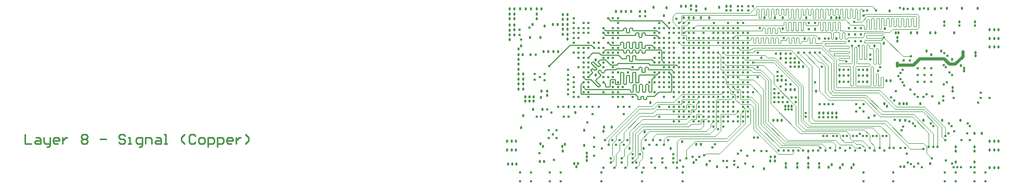
<source format=gbr>
G04 Layer_Physical_Order=8*
G04 Layer_Color=16737945*
%FSLAX24Y24*%
%MOIN*%
%TF.FileFunction,Copper,L8,Inr,Signal*%
%TF.Part,Single*%
G01*
G75*
%TA.AperFunction,Conductor*%
%ADD41C,0.0200*%
%ADD44C,0.0060*%
%TA.AperFunction,NonConductor*%
%ADD53C,0.0100*%
%TA.AperFunction,ViaPad*%
%ADD57C,0.0180*%
%ADD58C,0.0170*%
%ADD59C,0.0160*%
%TA.AperFunction,TestPad*%
%ADD60C,0.0160*%
%TA.AperFunction,Conductor*%
%ADD65C,0.0040*%
%ADD66C,0.0064*%
%ADD67C,0.0045*%
D41*
X25394Y7835D02*
X26417D01*
X29587Y8504D02*
Y8701D01*
X28740Y7874D02*
X29094D01*
X28661Y7953D02*
X28740Y7874D01*
X28661Y7953D02*
X28661D01*
X28386Y8228D02*
X28661Y7953D01*
X26811Y8228D02*
X28386D01*
X25394Y7756D02*
Y7835D01*
X26417D02*
X26811Y8228D01*
X25394Y7835D02*
Y7953D01*
X29094Y7874D02*
X29587Y8366D01*
Y8504D01*
D44*
X9843Y5827D02*
X10118Y6102D01*
X9409Y5827D02*
X9843D01*
X9370Y5787D02*
X9409Y5827D01*
X9370Y5669D02*
Y5787D01*
X9331Y5630D02*
X9370Y5669D01*
X9213Y5630D02*
X9331D01*
X9173Y5669D02*
X9213Y5630D01*
X9173Y5669D02*
Y5787D01*
X9134Y5827D02*
X9173Y5787D01*
X9016Y5827D02*
X9134D01*
X8976Y5787D02*
X9016Y5827D01*
X8976Y5669D02*
Y5787D01*
X8937Y5630D02*
X8976Y5669D01*
X8819Y5630D02*
X8937D01*
X8780Y5669D02*
X8819Y5630D01*
X8780Y5669D02*
Y5787D01*
X8622Y5945D02*
X8780Y5787D01*
X10945Y6142D02*
Y7205D01*
X10906Y6102D02*
X10945Y6142D01*
X10118Y6102D02*
X10906D01*
X5197Y5945D02*
X8622D01*
X8425Y8071D02*
X8465Y8110D01*
X8307Y8071D02*
X8425D01*
X8268Y8110D02*
X8307Y8071D01*
X7520Y7913D02*
X9488D01*
X8465Y8110D02*
Y8386D01*
X8268Y8110D02*
Y8386D01*
X9567Y7835D02*
X11260D01*
X9488Y7913D02*
X9567Y7835D01*
X7441D02*
X7520Y7913D01*
X7047Y7835D02*
X7441D01*
X8346Y7520D02*
X8819D01*
X8268Y7598D02*
X8346Y7520D01*
X7441Y7598D02*
X8268D01*
X7362Y7520D02*
X7441Y7598D01*
X6772Y7520D02*
X7362D01*
X9016Y9606D02*
X9055Y9646D01*
X8898Y9606D02*
X9016D01*
X8858Y9646D02*
X8898Y9606D01*
X9055Y9646D02*
Y9843D01*
X8858Y9646D02*
Y9843D01*
X9291Y9724D02*
X10000D01*
X9252Y9764D02*
X9291Y9724D01*
X9252Y9764D02*
Y9843D01*
X9213Y9882D02*
X9252Y9843D01*
X9094Y9882D02*
X9213D01*
X9055Y9843D02*
X9094Y9882D01*
X8819D02*
X8858Y9843D01*
X8701Y9882D02*
X8819D01*
X8661Y9843D02*
X8701Y9882D01*
X8661Y9764D02*
Y9843D01*
X8622Y9724D02*
X8661Y9764D01*
X6732Y9724D02*
X8622D01*
X8465Y10079D02*
X8504Y10039D01*
X8465Y10079D02*
Y10157D01*
X8425Y10197D02*
X8465Y10157D01*
X8307Y10197D02*
X8425D01*
X8268Y10157D02*
X8307Y10197D01*
X8504Y10039D02*
X10000D01*
X8268Y9921D02*
Y10157D01*
X8268Y9921D02*
X8268D01*
X8228Y9882D02*
X8268Y9921D01*
X8110Y9882D02*
X8228D01*
X8071Y9921D02*
X8110Y9882D01*
X8071Y9921D02*
Y10157D01*
X8031Y10197D02*
X8071Y10157D01*
X7913Y10197D02*
X8031D01*
X7874Y10157D02*
X7913Y10197D01*
X7874Y10079D02*
Y10157D01*
X7835Y10039D02*
X7874Y10079D01*
X6732Y10039D02*
X7835D01*
X8701Y8150D02*
X9685D01*
X8661Y8189D02*
X8701Y8150D01*
X8661Y8189D02*
Y8386D01*
X8622Y8425D02*
X8661Y8386D01*
X8504Y8425D02*
X8622D01*
X8465Y8386D02*
X8504Y8425D01*
X8268Y8386D02*
X8268D01*
X8228Y8425D02*
X8268Y8386D01*
X8110Y8425D02*
X8228D01*
X8071Y8386D02*
X8110Y8425D01*
X8071Y8268D02*
Y8386D01*
X8031Y8228D02*
X8071Y8268D01*
X8031Y8228D02*
Y8228D01*
X7795Y8228D02*
X8031D01*
X7559Y8465D02*
X7795Y8228D01*
X6457Y8465D02*
X7559D01*
X6339Y8583D02*
X6457Y8465D01*
X5906Y8583D02*
X6339D01*
X5630Y8307D02*
X5906Y8583D01*
X10276Y8780D02*
X10315Y8740D01*
X9291Y8780D02*
X10276D01*
X9291Y8780D02*
Y8780D01*
X9252Y8740D02*
X9291Y8780D01*
X9252Y8622D02*
Y8740D01*
X9252Y8622D02*
X9252D01*
X9213Y8583D02*
X9252Y8622D01*
X9094Y8583D02*
X9213D01*
X9055Y8622D02*
X9094Y8583D01*
X9055Y8622D02*
Y8740D01*
X9016Y8780D02*
X9055Y8740D01*
X8898Y8780D02*
X9016D01*
X8898Y8780D02*
Y8780D01*
X8858Y8740D02*
X8898Y8780D01*
X8858Y8622D02*
Y8740D01*
X8819Y8583D02*
X8858Y8622D01*
X8701Y8583D02*
X8819D01*
X8661Y8622D02*
X8701Y8583D01*
X8661Y8622D02*
Y8740D01*
X8622Y8780D02*
X8661Y8740D01*
X8504Y8780D02*
X8622D01*
X8465Y8740D02*
X8504Y8780D01*
X8465Y8622D02*
Y8740D01*
X8425Y8583D02*
X8465Y8622D01*
X8307Y8583D02*
X8425D01*
X8268Y8622D02*
X8307Y8583D01*
X8268Y8622D02*
Y8740D01*
X8228Y8780D02*
X8268Y8740D01*
X8110Y8780D02*
X8228D01*
X8071Y8740D02*
X8110Y8780D01*
X8071Y8622D02*
Y8740D01*
X8031Y8583D02*
X8071Y8622D01*
X7913Y8583D02*
X8031D01*
X7874Y8622D02*
X7913Y8583D01*
X7874Y8622D02*
Y8740D01*
X7835Y8780D02*
X7874Y8740D01*
X6732Y8780D02*
X7835D01*
X9291Y9094D02*
X9685D01*
X9252Y9055D02*
X9291Y9094D01*
X9252Y8937D02*
Y9055D01*
X9252Y8937D02*
X9252D01*
X9213Y8898D02*
X9252Y8937D01*
X9094Y8898D02*
X9213D01*
X9055Y8937D02*
X9094Y8898D01*
X9055Y8937D02*
Y9252D01*
X9016Y9291D02*
X9055Y9252D01*
X8898Y9291D02*
X9016D01*
X8858Y9252D02*
X8898Y9291D01*
X8858Y8937D02*
Y9252D01*
X8819Y8898D02*
X8858Y8937D01*
X8701Y8898D02*
X8819D01*
X8661Y8937D02*
X8701Y8898D01*
X8661Y8937D02*
Y9252D01*
X8622Y9291D02*
X8661Y9252D01*
X8504Y9291D02*
X8622D01*
X8465Y9252D02*
X8504Y9291D01*
X8465Y8937D02*
Y9252D01*
X8425Y8898D02*
X8465Y8937D01*
X8307Y8898D02*
X8425D01*
X8268Y8937D02*
X8307Y8898D01*
X10787Y7362D02*
Y7362D01*
Y7362D02*
X10945Y7205D01*
X10000Y7205D02*
X10157Y7362D01*
X6575Y6732D02*
Y6732D01*
X10945Y7520D02*
X11102Y7362D01*
X11260Y7835D02*
X11417Y7677D01*
X5315Y6417D02*
X5472Y6260D01*
X5315Y7047D02*
X5472Y6890D01*
X7677Y6614D02*
Y7323D01*
X7717Y7362D01*
X7835D01*
X7874Y7323D01*
Y6614D02*
Y7323D01*
X8071Y6614D02*
Y7126D01*
X8110Y7165D01*
X8228D01*
X8268Y7126D01*
Y6732D02*
Y7126D01*
Y6732D02*
X8307Y6693D01*
X8425D01*
X8465Y6732D01*
Y7323D01*
X8504Y7362D01*
X8622D01*
X8661Y7323D01*
Y6732D02*
Y7323D01*
Y6732D02*
X8701Y6693D01*
X8819D01*
X8858Y6732D01*
Y7165D01*
X8898Y7205D01*
X10000D01*
X9685Y8150D02*
X9843Y7992D01*
X6575Y8622D02*
X6732Y8780D01*
X10315Y8150D02*
Y8740D01*
Y8150D02*
X10472Y7992D01*
X8228Y9291D02*
X8268Y9252D01*
X8110Y9291D02*
X8228D01*
X8071Y9252D02*
X8110Y9291D01*
X8071Y8937D02*
Y9252D01*
X8031Y8898D02*
X8071Y8937D01*
X7913Y8898D02*
X8031D01*
X7874Y8937D02*
X7913Y8898D01*
X7874Y8937D02*
Y9252D01*
X7835Y9291D02*
X7874Y9252D01*
X7717Y9291D02*
X7835D01*
X7677Y9252D02*
X7717Y9291D01*
X7677Y9134D02*
Y9252D01*
X7638Y9094D02*
X7677Y9134D01*
X7047Y9094D02*
X7638D01*
X7047D02*
Y9094D01*
X6890Y9252D02*
X7047Y9094D01*
X8268Y8937D02*
Y9252D01*
X9685Y9094D02*
X9843Y8937D01*
X10000Y10039D02*
X10157Y9882D01*
X10000Y9724D02*
X10157Y9567D01*
X6575Y10197D02*
X6732Y10039D01*
X6575Y9882D02*
X6732Y9724D01*
Y9724D02*
Y9724D01*
X10315Y10669D02*
X10787Y10197D01*
X7047Y10669D02*
X10315D01*
X6890Y10827D02*
X7047Y10669D01*
X9252Y6102D02*
X9291Y6142D01*
X9134Y6102D02*
X9252D01*
X9094Y6142D02*
X9134Y6102D01*
X9094Y6142D02*
Y6535D01*
X9055Y6575D02*
X9094Y6535D01*
X8937Y6575D02*
X9055D01*
X8898Y6535D02*
X8937Y6575D01*
X8898Y6142D02*
Y6535D01*
X8858Y6102D02*
X8898Y6142D01*
X8740Y6102D02*
X8858D01*
X8701Y6142D02*
X8740Y6102D01*
X8701Y6142D02*
Y6535D01*
X8661Y6575D02*
X8701Y6535D01*
X8543Y6575D02*
X8661D01*
X8504Y6535D02*
X8543Y6575D01*
X8504Y6142D02*
Y6535D01*
X8465Y6102D02*
X8504Y6142D01*
X8346Y6102D02*
X8465D01*
X8307Y6142D02*
X8346Y6102D01*
X8307Y6142D02*
Y6220D01*
X8268Y6260D02*
X8307Y6220D01*
X5472Y6260D02*
X8268D01*
X9291Y6142D02*
Y6535D01*
X9331Y6575D01*
X9646Y6102D02*
X9685Y6142D01*
X9528Y6102D02*
X9646D01*
X9488Y6142D02*
X9528Y6102D01*
X9488Y6142D02*
Y6535D01*
X9449Y6575D02*
X9488Y6535D01*
X9331Y6575D02*
X9449D01*
X9685Y6142D02*
Y6890D01*
X9843Y7047D01*
X5472Y6890D02*
X5787D01*
X6260Y6417D01*
X6102Y6811D02*
X6378Y6535D01*
X6102Y6811D02*
Y6850D01*
X6417Y7165D01*
Y7205D01*
X6260Y7362D02*
X6417Y7205D01*
X6260Y7362D02*
Y7402D01*
X6339Y7480D01*
X6378D01*
X6535Y7323D01*
X6575D01*
X6772Y7520D01*
X8819D02*
X8858Y7559D01*
Y7638D01*
X8898Y7677D01*
X9016D01*
X9055Y7638D01*
Y7402D02*
Y7638D01*
Y7402D02*
X9094Y7362D01*
X9213D01*
X9252Y7402D01*
X9252D01*
Y7638D01*
X9291Y7677D01*
X9409D01*
X9449Y7638D01*
Y7559D02*
Y7638D01*
Y7559D02*
X9488Y7520D01*
X10945D01*
X6260Y6417D02*
X6299D01*
X6378Y6496D01*
Y6535D01*
X5630Y7047D02*
X5906Y7323D01*
Y7362D01*
X5787Y7480D02*
X5906Y7362D01*
X5787Y7480D02*
Y7520D01*
X5866Y7598D01*
X5906D01*
X6024Y7480D01*
X6063D01*
X6142Y7559D01*
Y7598D01*
X5827Y7913D02*
X6142Y7598D01*
X5827Y7913D02*
Y7953D01*
X5906Y8031D01*
X5945D01*
X6260Y7717D01*
X6299D01*
Y7717D01*
X6417Y7835D01*
X6260Y7992D02*
X6417Y7835D01*
X6260Y7992D02*
Y8031D01*
X6378Y8150D01*
X6732D01*
X7047Y7835D01*
X7874Y6614D02*
X7913Y6575D01*
X8031D01*
X8071Y6614D01*
X7047Y6890D02*
X7323D01*
X7362Y6850D01*
Y6614D02*
Y6850D01*
Y6614D02*
X7402Y6575D01*
X7638D01*
X7677Y6614D01*
X6575Y6732D02*
X6732Y6575D01*
Y6457D02*
Y6575D01*
Y6457D02*
X6772Y6417D01*
X6969D01*
X7008Y6457D01*
Y6850D01*
X7047Y6890D01*
X5315Y6732D02*
X5315D01*
X5157Y6575D02*
X5315Y6732D01*
X5157Y5984D02*
Y6575D01*
Y5984D02*
X5197Y5945D01*
D53*
X-30400Y3400D02*
Y2800D01*
X-30000D01*
X-29700Y3200D02*
X-29500D01*
X-29400Y3100D01*
Y2800D01*
X-29700D01*
X-29800Y2900D01*
X-29700Y3000D01*
X-29400D01*
X-29200Y3200D02*
Y2900D01*
X-29100Y2800D01*
X-28801D01*
Y2700D01*
X-28900Y2600D01*
X-29000D01*
X-28801Y2800D02*
Y3200D01*
X-28301Y2800D02*
X-28501D01*
X-28601Y2900D01*
Y3100D01*
X-28501Y3200D01*
X-28301D01*
X-28201Y3100D01*
Y3000D01*
X-28601D01*
X-28001Y3200D02*
Y2800D01*
Y3000D01*
X-27901Y3100D01*
X-27801Y3200D01*
X-27701D01*
X-26801Y3300D02*
X-26701Y3400D01*
X-26501D01*
X-26401Y3300D01*
Y3200D01*
X-26501Y3100D01*
X-26401Y3000D01*
Y2900D01*
X-26501Y2800D01*
X-26701D01*
X-26801Y2900D01*
Y3000D01*
X-26701Y3100D01*
X-26801Y3200D01*
Y3300D01*
X-26701Y3100D02*
X-26501D01*
X-25602D02*
X-25202D01*
X-24002Y3300D02*
X-24102Y3400D01*
X-24302D01*
X-24402Y3300D01*
Y3200D01*
X-24302Y3100D01*
X-24102D01*
X-24002Y3000D01*
Y2900D01*
X-24102Y2800D01*
X-24302D01*
X-24402Y2900D01*
X-23802Y2800D02*
X-23602D01*
X-23702D01*
Y3200D01*
X-23802D01*
X-23102Y2600D02*
X-23002D01*
X-22902Y2700D01*
Y3200D01*
X-23202D01*
X-23302Y3100D01*
Y2900D01*
X-23202Y2800D01*
X-22902D01*
X-22702D02*
Y3200D01*
X-22403D01*
X-22303Y3100D01*
Y2800D01*
X-22003Y3200D02*
X-21803D01*
X-21703Y3100D01*
Y2800D01*
X-22003D01*
X-22103Y2900D01*
X-22003Y3000D01*
X-21703D01*
X-21503Y2800D02*
X-21303D01*
X-21403D01*
Y3400D01*
X-21503D01*
X-20203Y2800D02*
X-20403Y3000D01*
Y3200D01*
X-20203Y3400D01*
X-19504Y3300D02*
X-19603Y3400D01*
X-19803D01*
X-19903Y3300D01*
Y2900D01*
X-19803Y2800D01*
X-19603D01*
X-19504Y2900D01*
X-19204Y2800D02*
X-19004D01*
X-18904Y2900D01*
Y3100D01*
X-19004Y3200D01*
X-19204D01*
X-19304Y3100D01*
Y2900D01*
X-19204Y2800D01*
X-18704Y2600D02*
Y3200D01*
X-18404D01*
X-18304Y3100D01*
Y2900D01*
X-18404Y2800D01*
X-18704D01*
X-18104Y2600D02*
Y3200D01*
X-17804D01*
X-17704Y3100D01*
Y2900D01*
X-17804Y2800D01*
X-18104D01*
X-17204D02*
X-17404D01*
X-17504Y2900D01*
Y3100D01*
X-17404Y3200D01*
X-17204D01*
X-17104Y3100D01*
Y3000D01*
X-17504D01*
X-16904Y3200D02*
Y2800D01*
Y3000D01*
X-16804Y3100D01*
X-16704Y3200D01*
X-16604D01*
X-16305Y2800D02*
X-16105Y3000D01*
Y3200D01*
X-16305Y3400D01*
D57*
X19685Y1535D02*
D03*
X20394Y1299D02*
D03*
X19685D02*
D03*
X18976D02*
D03*
X18268D02*
D03*
X16850Y1181D02*
D03*
X11563Y11575D02*
D03*
X24882Y11299D02*
D03*
X14449Y11575D02*
D03*
X14724D02*
D03*
X11850D02*
D03*
X12520D02*
D03*
Y11339D02*
D03*
X12205Y11614D02*
D03*
X29370Y10600D02*
D03*
X29587Y8701D02*
D03*
X29646Y7441D02*
D03*
X30394Y8628D02*
D03*
X19685Y2323D02*
D03*
X17717Y4291D02*
D03*
X17441D02*
D03*
X2598Y5748D02*
D03*
X2126Y5512D02*
D03*
Y5787D02*
D03*
X1575D02*
D03*
Y5512D02*
D03*
X1850D02*
D03*
X31299Y9528D02*
D03*
Y8976D02*
D03*
X31575Y10079D02*
D03*
X31299D02*
D03*
X31575Y8976D02*
D03*
Y9528D02*
D03*
X31850D02*
D03*
Y8976D02*
D03*
Y10079D02*
D03*
Y2953D02*
D03*
Y1260D02*
D03*
Y2402D02*
D03*
X31575D02*
D03*
Y1260D02*
D03*
X31299Y2953D02*
D03*
X31575D02*
D03*
X31299Y1260D02*
D03*
Y2402D02*
D03*
X433D02*
D03*
Y2953D02*
D03*
X474Y1500D02*
D03*
X750D02*
D03*
X984Y2953D02*
D03*
X709Y2402D02*
D03*
X984D02*
D03*
X709Y2953D02*
D03*
X1026Y1500D02*
D03*
X20197Y6142D02*
D03*
X18819Y6260D02*
D03*
X18543D02*
D03*
X18268D02*
D03*
X17717Y6850D02*
D03*
X17992D02*
D03*
X17913Y8268D02*
D03*
Y8543D02*
D03*
X18622Y5197D02*
D03*
X18425D02*
D03*
X18228D02*
D03*
X23465Y7165D02*
D03*
Y6772D02*
D03*
Y7520D02*
D03*
X21693D02*
D03*
Y7165D02*
D03*
Y6772D02*
D03*
X24606Y10157D02*
D03*
X16890Y10866D02*
D03*
X1457Y7244D02*
D03*
Y6929D02*
D03*
Y6614D02*
D03*
Y6299D02*
D03*
X1142D02*
D03*
Y6614D02*
D03*
Y6929D02*
D03*
Y7244D02*
D03*
Y7559D02*
D03*
Y7874D02*
D03*
Y8189D02*
D03*
Y8504D02*
D03*
X3386Y8701D02*
D03*
X3071D02*
D03*
X1417Y8504D02*
D03*
X591Y10787D02*
D03*
Y11102D02*
D03*
Y11417D02*
D03*
Y9449D02*
D03*
Y9764D02*
D03*
Y10065D02*
D03*
Y10394D02*
D03*
X2047Y10433D02*
D03*
X1260Y11417D02*
D03*
X1614D02*
D03*
X1969D02*
D03*
X2638D02*
D03*
X2323D02*
D03*
Y11102D02*
D03*
Y10787D02*
D03*
X906Y11417D02*
D03*
Y11102D02*
D03*
Y10787D02*
D03*
X4291Y9488D02*
D03*
X3976Y11063D02*
D03*
X9252Y11260D02*
D03*
X21496Y4488D02*
D03*
Y4764D02*
D03*
X21220D02*
D03*
X25886Y4291D02*
D03*
X20394Y1535D02*
D03*
X18976D02*
D03*
X18268D02*
D03*
X19685Y1890D02*
D03*
X17559Y1969D02*
D03*
Y1693D02*
D03*
X17244D02*
D03*
X20984Y1299D02*
D03*
X8268Y2486D02*
D03*
X25827Y1339D02*
D03*
X27480Y1535D02*
D03*
X25512Y5354D02*
D03*
X25787Y11417D02*
D03*
X26378D02*
D03*
X27362D02*
D03*
X30354Y10600D02*
D03*
X19449Y9528D02*
D03*
X25394Y9606D02*
D03*
Y9370D02*
D03*
X29449Y7795D02*
D03*
X13110Y11417D02*
D03*
X12835Y2756D02*
D03*
X13858Y1339D02*
D03*
X13189Y1457D02*
D03*
X6575Y3589D02*
D03*
X9213Y3543D02*
D03*
X10906Y2480D02*
D03*
X9173D02*
D03*
X12520Y2756D02*
D03*
X11614Y2913D02*
D03*
X12362Y1575D02*
D03*
X20118Y10118D02*
D03*
X6614Y3858D02*
D03*
X7126D02*
D03*
X5354Y2677D02*
D03*
X1339Y3819D02*
D03*
X2520Y1654D02*
D03*
X2795D02*
D03*
X1929Y8504D02*
D03*
X1850Y5787D02*
D03*
X2638Y6142D02*
D03*
X9606Y5433D02*
D03*
X6102Y7205D02*
D03*
X4843Y1339D02*
D03*
X4961Y1535D02*
D03*
X4724D02*
D03*
X5512Y1732D02*
D03*
Y1969D02*
D03*
Y2205D02*
D03*
X2717Y2638D02*
D03*
X2559Y2795D02*
D03*
X4118Y2772D02*
D03*
X3971Y2632D02*
D03*
X3976Y2323D02*
D03*
X2992Y6142D02*
D03*
Y5906D02*
D03*
X6102Y8150D02*
D03*
X5354Y3661D02*
D03*
X4803Y4803D02*
D03*
X2677Y5000D02*
D03*
X2087D02*
D03*
X1457Y4606D02*
D03*
X4370Y5157D02*
D03*
X9803Y11535D02*
D03*
X10630Y11496D02*
D03*
X2756Y8701D02*
D03*
X1339Y9055D02*
D03*
X2559Y9606D02*
D03*
X906Y10394D02*
D03*
Y10079D02*
D03*
Y9764D02*
D03*
X1890Y9606D02*
D03*
X1142Y8858D02*
D03*
X3346Y10433D02*
D03*
X3661D02*
D03*
X3976D02*
D03*
Y10748D02*
D03*
Y10118D02*
D03*
X2835Y10315D02*
D03*
X12047Y10866D02*
D03*
X12362D02*
D03*
X11732D02*
D03*
X12835D02*
D03*
X13982Y11530D02*
D03*
X27559Y8504D02*
D03*
X27244Y8740D02*
D03*
X28189D02*
D03*
X26654Y9882D02*
D03*
X26260D02*
D03*
X28898Y8189D02*
D03*
X29587Y8504D02*
D03*
X29646Y7638D02*
D03*
X27067Y4291D02*
D03*
X28248D02*
D03*
X29429D02*
D03*
X25551D02*
D03*
X28937Y6378D02*
D03*
Y6142D02*
D03*
X26870Y5354D02*
D03*
X25472Y9882D02*
D03*
X27480Y9882D02*
D03*
X27835Y9882D02*
D03*
X29016D02*
D03*
X30394Y8425D02*
D03*
X28071Y5394D02*
D03*
X24528Y9213D02*
D03*
X25276Y9882D02*
D03*
X28543Y11457D02*
D03*
X29528D02*
D03*
X30512D02*
D03*
X28386Y10600D02*
D03*
X27795Y11417D02*
D03*
X17559Y10866D02*
D03*
X18071D02*
D03*
X19567D02*
D03*
X21142D02*
D03*
X26811Y11417D02*
D03*
X30315Y3465D02*
D03*
X30787D02*
D03*
X30325Y1614D02*
D03*
X30315Y2323D02*
D03*
X29134Y2598D02*
D03*
X30315D02*
D03*
X29134Y2323D02*
D03*
X29124Y1614D02*
D03*
X22441Y1260D02*
D03*
X21732D02*
D03*
X21890Y1457D02*
D03*
X22598D02*
D03*
X21181D02*
D03*
X21496Y9528D02*
D03*
X25787Y5348D02*
D03*
X25984D02*
D03*
X23937Y9055D02*
D03*
X24567Y5354D02*
D03*
X20945Y4764D02*
D03*
X20669D02*
D03*
X20394D02*
D03*
X8346Y11260D02*
D03*
X8031D02*
D03*
X7717D02*
D03*
X7402D02*
D03*
X3976Y9803D02*
D03*
X4291D02*
D03*
Y10118D02*
D03*
Y10433D02*
D03*
Y10748D02*
D03*
Y11063D02*
D03*
X8937Y11260D02*
D03*
X21693Y10866D02*
D03*
X21496D02*
D03*
X13346D02*
D03*
X18071Y10157D02*
D03*
X24961Y6811D02*
D03*
X24685D02*
D03*
X24724Y5197D02*
D03*
X3701Y8701D02*
D03*
X10472Y10984D02*
D03*
X19094Y7992D02*
D03*
Y7717D02*
D03*
X19370D02*
D03*
X17992Y4291D02*
D03*
D58*
X3600Y3150D02*
D03*
Y3650D02*
D03*
X3100D02*
D03*
Y3150D02*
D03*
X3600Y3150D02*
D03*
Y3650D02*
D03*
X3100D02*
D03*
Y3150D02*
D03*
X31024Y394D02*
D03*
X30315D02*
D03*
X29134D02*
D03*
X28425D02*
D03*
X25118D02*
D03*
X23228D02*
D03*
X1260D02*
D03*
X1969D02*
D03*
X3150D02*
D03*
X3858D02*
D03*
X6457D02*
D03*
X9055D02*
D03*
X11654D02*
D03*
X16142Y11575D02*
D03*
X15197D02*
D03*
X15472D02*
D03*
Y11339D02*
D03*
X15197D02*
D03*
X14724D02*
D03*
X14449D02*
D03*
X15866Y11575D02*
D03*
Y11339D02*
D03*
X9843Y6102D02*
D03*
X25197Y5551D02*
D03*
X25000Y5748D02*
D03*
X28189Y11457D02*
D03*
X27087D02*
D03*
X25551Y11496D02*
D03*
X5906Y5157D02*
D03*
X5512D02*
D03*
X5118D02*
D03*
X4724D02*
D03*
X8268D02*
D03*
X7874D02*
D03*
X7520D02*
D03*
X26693Y7638D02*
D03*
Y7205D02*
D03*
Y6772D02*
D03*
X27126D02*
D03*
Y7638D02*
D03*
X27559D02*
D03*
Y7205D02*
D03*
Y6772D02*
D03*
X27126Y7205D02*
D03*
X22992Y5079D02*
D03*
X22756Y5315D02*
D03*
Y4843D02*
D03*
X23228D02*
D03*
Y5315D02*
D03*
X22283Y9370D02*
D03*
Y10197D02*
D03*
Y9803D02*
D03*
X22677D02*
D03*
X23071D02*
D03*
Y9370D02*
D03*
X22677D02*
D03*
X23071Y10197D02*
D03*
X22677D02*
D03*
X2205Y6890D02*
D03*
Y7244D02*
D03*
X2835Y6850D02*
D03*
Y7244D02*
D03*
X2520Y7047D02*
D03*
X5984Y2008D02*
D03*
Y2598D02*
D03*
Y3189D02*
D03*
Y9252D02*
D03*
X6299D02*
D03*
X21220Y4488D02*
D03*
X20945D02*
D03*
X20669D02*
D03*
X20394D02*
D03*
X11732Y6102D02*
D03*
X11417D02*
D03*
X11102Y8628D02*
D03*
X18543Y6575D02*
D03*
X17717Y7402D02*
D03*
X17992Y7126D02*
D03*
X17717D02*
D03*
X18268Y6850D02*
D03*
Y6575D02*
D03*
X17638Y8543D02*
D03*
X17913Y6457D02*
D03*
X18622Y5000D02*
D03*
X18425D02*
D03*
X18228D02*
D03*
X18898Y5472D02*
D03*
Y5748D02*
D03*
X18622D02*
D03*
X18346Y5472D02*
D03*
X18071Y5748D02*
D03*
Y5472D02*
D03*
X17795D02*
D03*
Y5748D02*
D03*
Y6024D02*
D03*
X17520Y5472D02*
D03*
Y5748D02*
D03*
Y6024D02*
D03*
Y6299D02*
D03*
X23189Y6772D02*
D03*
X22913D02*
D03*
Y7520D02*
D03*
X23189D02*
D03*
Y7165D02*
D03*
X22913D02*
D03*
X22244Y7520D02*
D03*
X21969D02*
D03*
Y6772D02*
D03*
X22244Y7165D02*
D03*
X21969D02*
D03*
X22244Y6772D02*
D03*
X2480Y2205D02*
D03*
X1220Y9764D02*
D03*
Y10079D02*
D03*
X1850Y10236D02*
D03*
X8937Y10945D02*
D03*
X9252D02*
D03*
X12205Y11378D02*
D03*
X21260Y5315D02*
D03*
X20433D02*
D03*
X20709D02*
D03*
X20984D02*
D03*
X15512Y7362D02*
D03*
X23228Y945D02*
D03*
X25118D02*
D03*
X14567Y6102D02*
D03*
X14882D02*
D03*
X12992D02*
D03*
X11654Y945D02*
D03*
X9055D02*
D03*
X6457D02*
D03*
X3150D02*
D03*
X1969D02*
D03*
X1260D02*
D03*
X3110Y7756D02*
D03*
X5984Y8937D02*
D03*
X5000Y5787D02*
D03*
X6299Y8937D02*
D03*
X5630Y6417D02*
D03*
X6575Y7677D02*
D03*
X5630Y6732D02*
D03*
X6575D02*
D03*
Y7047D02*
D03*
X6890Y7047D02*
D03*
X5630Y7677D02*
D03*
X7205Y5787D02*
D03*
Y6102D02*
D03*
X5315Y7677D02*
D03*
Y7992D02*
D03*
X7520Y7362D02*
D03*
X7205D02*
D03*
X10472Y7677D02*
D03*
Y7362D02*
D03*
X6575Y7992D02*
D03*
Y8307D02*
D03*
X10472Y6417D02*
D03*
X11417Y9567D02*
D03*
Y9882D02*
D03*
X12047Y7362D02*
D03*
X11732D02*
D03*
X12992Y5787D02*
D03*
Y5472D02*
D03*
X12362Y5787D02*
D03*
X14567Y7047D02*
D03*
X12992Y6417D02*
D03*
X13307Y7047D02*
D03*
X13937Y6102D02*
D03*
Y6732D02*
D03*
X13622Y6417D02*
D03*
X13937Y7362D02*
D03*
X13622Y7677D02*
D03*
X10472Y9567D02*
D03*
Y10197D02*
D03*
X12677Y4528D02*
D03*
X13307Y5157D02*
D03*
X13937D02*
D03*
X14882Y4843D02*
D03*
X15512Y5787D02*
D03*
X15827Y7362D02*
D03*
X15197Y7992D02*
D03*
X15827Y4528D02*
D03*
Y9567D02*
D03*
X14567Y9252D02*
D03*
Y9882D02*
D03*
X14252Y8307D02*
D03*
X13622D02*
D03*
X13307Y8622D02*
D03*
X12047Y7677D02*
D03*
X12362Y8307D02*
D03*
Y8622D02*
D03*
X12992Y8307D02*
D03*
X11732D02*
D03*
Y7047D02*
D03*
X12047Y9252D02*
D03*
Y9567D02*
D03*
X11732Y10197D02*
D03*
X10787Y6417D02*
D03*
X12362Y4843D02*
D03*
X14567Y7362D02*
D03*
X12992Y6732D02*
D03*
X13937Y6417D02*
D03*
X13622Y6102D02*
D03*
Y6732D02*
D03*
Y7047D02*
D03*
Y7362D02*
D03*
X13937Y7677D02*
D03*
X3425Y1772D02*
D03*
X3858Y945D02*
D03*
X3350Y3400D02*
D03*
X10472Y8622D02*
D03*
X10787Y9567D02*
D03*
X10157Y10197D02*
D03*
X12677Y4843D02*
D03*
X13307D02*
D03*
X13937Y5472D02*
D03*
X14882Y5157D02*
D03*
X15512Y7992D02*
D03*
X15827Y4843D02*
D03*
Y9252D02*
D03*
X14882D02*
D03*
X14252Y9882D02*
D03*
X13937Y8307D02*
D03*
X13622Y8622D02*
D03*
X13307Y8937D02*
D03*
X12047Y8622D02*
D03*
X12992D02*
D03*
X12677Y8307D02*
D03*
X11732Y8622D02*
D03*
X12362Y9567D02*
D03*
Y9252D02*
D03*
X12047Y10197D02*
D03*
Y5472D02*
D03*
X12677Y6732D02*
D03*
X12362D02*
D03*
X12047D02*
D03*
Y4843D02*
D03*
X11732Y5472D02*
D03*
X12362Y7362D02*
D03*
X11732Y6732D02*
D03*
X11102Y7992D02*
D03*
X11732Y7992D02*
D03*
X12047D02*
D03*
X12362Y6102D02*
D03*
X12047D02*
D03*
Y5787D02*
D03*
X11102Y7677D02*
D03*
X11732Y7677D02*
D03*
X5000Y8307D02*
D03*
X5315D02*
D03*
X4685Y10827D02*
D03*
Y10512D02*
D03*
Y10197D02*
D03*
Y9882D02*
D03*
X5315Y10197D02*
D03*
X5000D02*
D03*
X4685Y9567D02*
D03*
Y9252D02*
D03*
Y8622D02*
D03*
X5000D02*
D03*
X4685Y7047D02*
D03*
Y6732D02*
D03*
Y6417D02*
D03*
Y6102D02*
D03*
Y5787D02*
D03*
X7205Y10827D02*
D03*
X7520D02*
D03*
Y10512D02*
D03*
Y10197D02*
D03*
Y9882D02*
D03*
Y9567D02*
D03*
X7205Y9882D02*
D03*
Y9567D02*
D03*
X6890Y8622D02*
D03*
X7205D02*
D03*
Y8307D02*
D03*
Y7992D02*
D03*
X7520Y6732D02*
D03*
Y6417D02*
D03*
Y6102D02*
D03*
Y5787D02*
D03*
X7205Y7677D02*
D03*
X5630Y7362D02*
D03*
Y5787D02*
D03*
Y7992D02*
D03*
X7205Y6732D02*
D03*
Y6417D02*
D03*
X5630Y6102D02*
D03*
X6575D02*
D03*
X5630Y7047D02*
D03*
X11102Y8307D02*
D03*
X10157Y8622D02*
D03*
X10787Y9882D02*
D03*
X7205Y7047D02*
D03*
X4016Y5157D02*
D03*
X6299D02*
D03*
X2244Y8504D02*
D03*
X12677Y7992D02*
D03*
X13307Y8307D02*
D03*
Y9252D02*
D03*
X25394Y7953D02*
D03*
Y7756D02*
D03*
X31024Y945D02*
D03*
X30315D02*
D03*
X29134D02*
D03*
X28425D02*
D03*
X25984Y2165D02*
D03*
X15512Y5472D02*
D03*
X13307Y6102D02*
D03*
X18268Y8543D02*
D03*
X18543D02*
D03*
X18268Y8268D02*
D03*
X18543D02*
D03*
X18819D02*
D03*
Y7992D02*
D03*
X18543D02*
D03*
X18268D02*
D03*
X18543Y7717D02*
D03*
X18819D02*
D03*
D59*
X24528Y9606D02*
D03*
X16220Y3189D02*
D03*
X16457D02*
D03*
X20000Y2362D02*
D03*
X18425D02*
D03*
X19055D02*
D03*
X16693Y2323D02*
D03*
X19370Y2362D02*
D03*
X18740D02*
D03*
X18110D02*
D03*
X17795D02*
D03*
X17008Y2323D02*
D03*
X16220Y2362D02*
D03*
X14961Y1693D02*
D03*
Y1457D02*
D03*
X25591Y2520D02*
D03*
X25906D02*
D03*
X25157D02*
D03*
X24882D02*
D03*
X24252D02*
D03*
X23622D02*
D03*
X22992D02*
D03*
X22362D02*
D03*
X21732D02*
D03*
X21102D02*
D03*
X20472D02*
D03*
X27953Y2598D02*
D03*
X27402D02*
D03*
X27677D02*
D03*
X26378Y4094D02*
D03*
X26142Y4213D02*
D03*
X23819Y3307D02*
D03*
X23307Y2362D02*
D03*
X23425Y3307D02*
D03*
X22992Y3425D02*
D03*
X20669Y3307D02*
D03*
X21299D02*
D03*
X20906D02*
D03*
X21929D02*
D03*
X21535D02*
D03*
X22559D02*
D03*
X22165D02*
D03*
X23189D02*
D03*
X22795D02*
D03*
X24449D02*
D03*
X24055D02*
D03*
X24685D02*
D03*
X20787Y2362D02*
D03*
X13032Y2047D02*
D03*
X12717Y1969D02*
D03*
X12520Y1772D02*
D03*
X9843Y9882D02*
D03*
X11732Y5787D02*
D03*
X19528Y4764D02*
D03*
Y4528D02*
D03*
X11102Y9252D02*
D03*
X22480Y9055D02*
D03*
X22913D02*
D03*
X22126Y8071D02*
D03*
X23228Y10984D02*
D03*
Y11299D02*
D03*
X22638Y10591D02*
D03*
X24016Y11339D02*
D03*
X26063Y11417D02*
D03*
X19409Y8622D02*
D03*
X19803D02*
D03*
X20118D02*
D03*
X20433D02*
D03*
X19055D02*
D03*
X17283Y1969D02*
D03*
X25669Y3661D02*
D03*
X28661Y3465D02*
D03*
X16457Y8622D02*
D03*
X15512Y8937D02*
D03*
X15827D02*
D03*
X14567Y8307D02*
D03*
X14882Y7992D02*
D03*
X15197Y2165D02*
D03*
X15787Y2008D02*
D03*
X24567Y2362D02*
D03*
X14567Y7992D02*
D03*
X14882Y8307D02*
D03*
Y7677D02*
D03*
X15197Y8307D02*
D03*
X15512D02*
D03*
X15827D02*
D03*
X15197Y7677D02*
D03*
X23937Y2362D02*
D03*
X16457Y7677D02*
D03*
X16142Y7992D02*
D03*
X16457Y7047D02*
D03*
X14252Y7992D02*
D03*
X15827Y7677D02*
D03*
Y7992D02*
D03*
X15512Y7677D02*
D03*
X13937Y8622D02*
D03*
X14567Y7677D02*
D03*
X15197Y7362D02*
D03*
X13937Y7992D02*
D03*
X14252Y7677D02*
D03*
X22047Y2362D02*
D03*
X15827Y7047D02*
D03*
X14882Y7362D02*
D03*
Y7047D02*
D03*
X27047Y2441D02*
D03*
X15827Y8622D02*
D03*
X14882D02*
D03*
X15197D02*
D03*
X14567D02*
D03*
X15197Y9252D02*
D03*
X15512D02*
D03*
Y8622D02*
D03*
X26457Y1339D02*
D03*
X26732Y1535D02*
D03*
X26969Y1299D02*
D03*
X27598Y1850D02*
D03*
X27520Y4094D02*
D03*
X28465Y3031D02*
D03*
Y3307D02*
D03*
X28504Y1732D02*
D03*
X31299Y5709D02*
D03*
X30709Y6063D02*
D03*
Y5709D02*
D03*
X11732Y9567D02*
D03*
X12047Y8937D02*
D03*
X12677Y9567D02*
D03*
Y9252D02*
D03*
X29843Y3465D02*
D03*
X30039Y3937D02*
D03*
X29488Y3031D02*
D03*
X29882Y4094D02*
D03*
X29016Y3583D02*
D03*
X13937Y9567D02*
D03*
Y10197D02*
D03*
X14252D02*
D03*
X14567Y10512D02*
D03*
X30039Y3031D02*
D03*
X20748Y9528D02*
D03*
X15197Y9882D02*
D03*
Y9567D02*
D03*
X14567Y10197D02*
D03*
X13622Y9882D02*
D03*
Y10197D02*
D03*
X14252Y9567D02*
D03*
X14882Y8937D02*
D03*
X15197D02*
D03*
X15827Y9882D02*
D03*
X18110Y9567D02*
D03*
X14882D02*
D03*
X20394Y9528D02*
D03*
X14567Y9567D02*
D03*
X13937Y9882D02*
D03*
X12047D02*
D03*
X13543Y2559D02*
D03*
X13740Y2756D02*
D03*
X14488Y1693D02*
D03*
Y1299D02*
D03*
X14252Y1693D02*
D03*
X13386D02*
D03*
X15827Y5157D02*
D03*
X15512D02*
D03*
X15827Y6102D02*
D03*
Y6417D02*
D03*
X15512Y6102D02*
D03*
X15197Y6417D02*
D03*
X14567Y5157D02*
D03*
X11693Y1339D02*
D03*
X11496Y1732D02*
D03*
X11890Y1850D02*
D03*
X15512Y4213D02*
D03*
X15197D02*
D03*
X15512Y4843D02*
D03*
Y4528D02*
D03*
X15197D02*
D03*
Y4843D02*
D03*
X14567Y4528D02*
D03*
Y4843D02*
D03*
X14882Y5787D02*
D03*
X14252Y4843D02*
D03*
Y4528D02*
D03*
X13937Y3740D02*
D03*
X13622Y5157D02*
D03*
Y3898D02*
D03*
Y4213D02*
D03*
X12992Y4843D02*
D03*
X12992Y5157D02*
D03*
X8937Y2126D02*
D03*
X12992Y4213D02*
D03*
X13307Y4528D02*
D03*
X12992D02*
D03*
X12362D02*
D03*
X12047D02*
D03*
X12677Y5472D02*
D03*
X11417Y4843D02*
D03*
Y4528D02*
D03*
X12362Y5157D02*
D03*
X7874Y2717D02*
D03*
X7402D02*
D03*
X6929D02*
D03*
X8110Y3031D02*
D03*
X7638D02*
D03*
X7165D02*
D03*
X6693D02*
D03*
X14252Y5472D02*
D03*
X13937Y5787D02*
D03*
Y4843D02*
D03*
X13622D02*
D03*
Y5472D02*
D03*
X16575Y10197D02*
D03*
X25276Y6142D02*
D03*
X14567Y8937D02*
D03*
X19724Y10118D02*
D03*
X20118Y10512D02*
D03*
X19724D02*
D03*
X14252Y6102D02*
D03*
X13622Y4528D02*
D03*
Y5787D02*
D03*
X13307D02*
D03*
X12677D02*
D03*
X8465Y2126D02*
D03*
X8701Y1575D02*
D03*
X11417Y5472D02*
D03*
X11102Y5157D02*
D03*
X9173Y1260D02*
D03*
X9882D02*
D03*
X9646Y1575D02*
D03*
Y1850D02*
D03*
X10354Y1575D02*
D03*
Y1850D02*
D03*
X10591Y1260D02*
D03*
X11063Y1850D02*
D03*
Y1575D02*
D03*
X11299Y1260D02*
D03*
X8701D02*
D03*
X8465Y1575D02*
D03*
Y1850D02*
D03*
X7992Y1260D02*
D03*
X7756Y1850D02*
D03*
Y1575D02*
D03*
X7047Y1850D02*
D03*
Y1575D02*
D03*
X7283Y1260D02*
D03*
X6575D02*
D03*
X10787Y5157D02*
D03*
X10157Y4528D02*
D03*
X11102Y4213D02*
D03*
X11417Y5157D02*
D03*
X13307Y6417D02*
D03*
X15197Y10512D02*
D03*
X13307Y10197D02*
D03*
X10157Y5157D02*
D03*
X4331Y7520D02*
D03*
Y7205D02*
D03*
Y6890D02*
D03*
Y6575D02*
D03*
Y6260D02*
D03*
Y5945D02*
D03*
X11102Y10197D02*
D03*
X6575Y9567D02*
D03*
X5315Y6732D02*
D03*
X10787Y7362D02*
D03*
Y7047D02*
D03*
X10472D02*
D03*
X10157Y6417D02*
D03*
X10787Y7677D02*
D03*
X11102Y6732D02*
D03*
X8465Y7677D02*
D03*
X5315Y6102D02*
D03*
X10787Y7992D02*
D03*
X10157Y7362D02*
D03*
X9843Y7047D02*
D03*
X5315Y6417D02*
D03*
X11102Y7362D02*
D03*
X5315Y7047D02*
D03*
X11417Y6417D02*
D03*
X8465Y5787D02*
D03*
X10472D02*
D03*
X11102D02*
D03*
X9843Y6732D02*
D03*
X10157D02*
D03*
X13307Y5472D02*
D03*
X15512Y6732D02*
D03*
X12047Y8307D02*
D03*
X12362Y8937D02*
D03*
X11732D02*
D03*
X15669Y1535D02*
D03*
X16142Y1339D02*
D03*
X15197Y1299D02*
D03*
X12992Y8937D02*
D03*
X12677Y6417D02*
D03*
X12362D02*
D03*
X12677Y6102D02*
D03*
X12047Y6417D02*
D03*
X12362Y7677D02*
D03*
X12677Y7362D02*
D03*
X11732Y6417D02*
D03*
X5000Y9882D02*
D03*
Y9567D02*
D03*
X7205Y9252D02*
D03*
X7520Y8937D02*
D03*
Y8622D02*
D03*
X10472Y6732D02*
D03*
X11102Y7047D02*
D03*
X10157D02*
D03*
X10787Y9252D02*
D03*
X7835Y5787D02*
D03*
X11102Y6417D02*
D03*
X5315Y7362D02*
D03*
X5000Y7677D02*
D03*
X9528Y6732D02*
D03*
X11102Y6102D02*
D03*
X10787Y6732D02*
D03*
X8150Y7362D02*
D03*
X10787Y8307D02*
D03*
Y8937D02*
D03*
X11417Y8307D02*
D03*
Y7992D02*
D03*
Y7677D02*
D03*
X7205Y8937D02*
D03*
X10787Y8622D02*
D03*
X5315Y8937D02*
D03*
X5630D02*
D03*
X10157Y8307D02*
D03*
X10472D02*
D03*
Y7992D02*
D03*
X10157D02*
D03*
X5000Y8937D02*
D03*
X5630Y8307D02*
D03*
X9843Y7992D02*
D03*
Y8307D02*
D03*
X6575Y8622D02*
D03*
X5630Y9252D02*
D03*
X10157D02*
D03*
X5315Y8622D02*
D03*
X6890Y9252D02*
D03*
X9843Y8937D02*
D03*
X9528D02*
D03*
X6575D02*
D03*
X10157Y8937D02*
D03*
X10472Y8937D02*
D03*
X11102D02*
D03*
X6890Y8307D02*
D03*
X5630Y9882D02*
D03*
X9843Y10197D02*
D03*
X10157Y9882D02*
D03*
Y9567D02*
D03*
X10472Y9252D02*
D03*
X6890Y10827D02*
D03*
X10787Y10197D02*
D03*
X5630Y10512D02*
D03*
X10157D02*
D03*
X6575Y10197D02*
D03*
Y9882D02*
D03*
X6890D02*
D03*
X5630Y10197D02*
D03*
X9843Y9567D02*
D03*
X5315Y10512D02*
D03*
X10787D02*
D03*
X5315Y9882D02*
D03*
X9843Y9252D02*
D03*
X7205Y10197D02*
D03*
X7835Y6417D02*
D03*
X9843Y7362D02*
D03*
X4055Y4528D02*
D03*
X4370D02*
D03*
X2992Y5000D02*
D03*
X5551Y4173D02*
D03*
X12362Y5472D02*
D03*
X11732Y5157D02*
D03*
Y4843D02*
D03*
X12677Y5157D02*
D03*
X2598Y4528D02*
D03*
X3268Y4803D02*
D03*
X2323Y4528D02*
D03*
X12362Y4213D02*
D03*
X12677D02*
D03*
X11732Y4528D02*
D03*
X11417Y4213D02*
D03*
X11102Y4843D02*
D03*
X7874Y4685D02*
D03*
X12047Y5157D02*
D03*
X5906Y4685D02*
D03*
X3701Y5157D02*
D03*
X11732Y9252D02*
D03*
X11260Y10787D02*
D03*
X1339Y9449D02*
D03*
X12362Y10197D02*
D03*
X11417Y9252D02*
D03*
X11732Y9882D02*
D03*
X12047Y10512D02*
D03*
X11417D02*
D03*
X11732D02*
D03*
X15197Y10197D02*
D03*
X15512Y9882D02*
D03*
X12992Y9567D02*
D03*
X25709Y7520D02*
D03*
X25591Y7323D02*
D03*
X25709Y6732D02*
D03*
X25827Y6535D02*
D03*
X25591Y6929D02*
D03*
X26220Y6260D02*
D03*
X14252Y9252D02*
D03*
Y8937D02*
D03*
X27244Y5945D02*
D03*
X27047Y5787D02*
D03*
X26693D02*
D03*
X26496Y5945D02*
D03*
X13937Y9252D02*
D03*
X12362Y9882D02*
D03*
X11102D02*
D03*
X12992Y9252D02*
D03*
X14882Y10197D02*
D03*
X15512Y10512D02*
D03*
X25472Y7126D02*
D03*
X14882Y9882D02*
D03*
X9291Y3031D02*
D03*
X9764D02*
D03*
X10236D02*
D03*
X10709D02*
D03*
X9528Y2717D02*
D03*
X10000D02*
D03*
X13307Y4213D02*
D03*
X14252D02*
D03*
X27675Y3939D02*
D03*
X28858Y3937D02*
D03*
X28701Y4094D02*
D03*
X28346Y6575D02*
D03*
X28543Y6732D02*
D03*
X28346Y7835D02*
D03*
X11063Y2126D02*
D03*
X11299Y1575D02*
D03*
X14252Y5787D02*
D03*
X14567Y5472D02*
D03*
X14882D02*
D03*
X13937Y4213D02*
D03*
Y4528D02*
D03*
X14252Y5157D02*
D03*
X14567Y4213D02*
D03*
X14882D02*
D03*
X10472Y2717D02*
D03*
X14252Y3898D02*
D03*
X26260Y8386D02*
D03*
X26181Y8110D02*
D03*
X25787D02*
D03*
X27638Y5827D02*
D03*
X28307Y5551D02*
D03*
Y5827D02*
D03*
X28976Y5709D02*
D03*
X11417Y10197D02*
D03*
X12992Y9882D02*
D03*
X13307Y9567D02*
D03*
X23661Y8504D02*
D03*
Y8189D02*
D03*
X30354Y10344D02*
D03*
X29370D02*
D03*
X28386D02*
D03*
Y8583D02*
D03*
X28583Y8425D02*
D03*
X28502Y7679D02*
D03*
X28740Y7362D02*
D03*
X28896Y7207D02*
D03*
X12992Y10197D02*
D03*
X30315Y1299D02*
D03*
X30079D02*
D03*
X12677Y8937D02*
D03*
X28898Y1535D02*
D03*
X29449Y1299D02*
D03*
X29213D02*
D03*
X28976D02*
D03*
X25591Y1339D02*
D03*
X26063Y1575D02*
D03*
X15827Y5472D02*
D03*
X15197Y5787D02*
D03*
Y6102D02*
D03*
X14567Y5787D02*
D03*
X15512Y6417D02*
D03*
X14252D02*
D03*
X14567D02*
D03*
X14882D02*
D03*
X15827Y5787D02*
D03*
X16142Y6102D02*
D03*
X14567Y6732D02*
D03*
X14882D02*
D03*
X20315Y2362D02*
D03*
X14252Y6732D02*
D03*
Y7047D02*
D03*
X15197Y6732D02*
D03*
Y7047D02*
D03*
X15827Y6732D02*
D03*
X13937Y7047D02*
D03*
X14252Y7362D02*
D03*
X21417Y2362D02*
D03*
X14252Y8622D02*
D03*
X26260Y1496D02*
D03*
X25748Y3898D02*
D03*
X16693Y8307D02*
D03*
X25236Y4331D02*
D03*
X20984Y9528D02*
D03*
X20118Y6732D02*
D03*
X20551Y7717D02*
D03*
X23937Y4606D02*
D03*
X13307Y6732D02*
D03*
X11417D02*
D03*
Y7362D02*
D03*
Y7047D02*
D03*
X6496Y2486D02*
D03*
X13622Y9567D02*
D03*
X24281Y7677D02*
D03*
X24173Y7441D02*
D03*
X12992Y7992D02*
D03*
X12677Y7677D02*
D03*
X13622Y7992D02*
D03*
X12992Y7677D02*
D03*
X13307Y7992D02*
D03*
Y7677D02*
D03*
Y7362D02*
D03*
X12992Y7047D02*
D03*
X12047D02*
D03*
X12362D02*
D03*
X12677D02*
D03*
X12992Y7362D02*
D03*
X12362Y7992D02*
D03*
X30551Y5433D02*
D03*
X13661Y10512D02*
D03*
X12283Y1969D02*
D03*
X26534Y3939D02*
D03*
X22677Y2362D02*
D03*
X15394D02*
D03*
D60*
X23543Y4449D02*
D03*
X23465Y11339D02*
D03*
D65*
X19783Y8602D02*
X20394Y7992D01*
X19764Y8622D02*
X19783Y8602D01*
X27953Y2598D02*
Y3898D01*
X27402Y2598D02*
Y3465D01*
X27677Y2598D02*
Y3425D01*
X19409Y8622D02*
X20394Y7638D01*
Y6181D02*
Y7638D01*
Y6181D02*
X20984Y5591D01*
X23228D01*
X22795Y7953D02*
Y8937D01*
Y7953D02*
X22835Y7913D01*
X23583D01*
X23622Y7874D01*
Y7795D02*
Y7874D01*
X23583Y7756D02*
X23622Y7795D01*
X22756Y7756D02*
X23583D01*
X22717Y7717D02*
X22756Y7756D01*
X22480Y7953D02*
Y9055D01*
X22441Y7913D02*
X22480Y7953D01*
X21654Y7913D02*
X22441D01*
X21614Y7874D02*
X21654Y7913D01*
X21614Y7795D02*
Y7874D01*
Y7795D02*
X21654Y7756D01*
X22362D01*
X22402Y7717D01*
Y6535D02*
Y7717D01*
Y6535D02*
X22441Y6496D01*
X22520D01*
X22559Y6535D01*
Y7756D01*
X22638Y7835D01*
Y8937D01*
X22677Y8976D01*
X22756D01*
X22795Y8937D01*
X22717Y6535D02*
Y7717D01*
Y6535D02*
X22756Y6496D01*
X23661D01*
X23701Y6535D01*
Y7677D01*
X23740Y7717D01*
X23819D01*
X23858Y7677D01*
Y6535D02*
Y7677D01*
Y6535D02*
X23898Y6496D01*
X23976D01*
X24016Y6535D01*
Y7244D01*
X24055Y7283D01*
X24134D01*
X24173Y7244D01*
Y6535D02*
Y7244D01*
Y6535D02*
X24213Y6496D01*
X24291D01*
X24331Y6535D01*
Y7008D01*
X24370Y7047D01*
X24449D01*
X24488Y7008D01*
Y6417D02*
Y7008D01*
X24449Y6378D02*
X24488Y6417D01*
X21535Y6378D02*
X24449D01*
X21496Y6417D02*
X21535Y6378D01*
X21496Y6417D02*
Y8150D01*
X22913Y9055D02*
X22953Y9016D01*
Y8228D02*
Y9016D01*
Y8228D02*
X22992Y8189D01*
X23071D01*
X23110Y8228D01*
Y9094D01*
X23150Y9134D01*
X23228D01*
X23268Y9094D01*
Y8228D02*
Y9094D01*
Y8228D02*
X23307Y8189D01*
X23386D01*
X23425Y8228D01*
Y9094D01*
X23465Y9134D01*
X23543D01*
X23583Y9094D01*
Y8937D02*
Y9094D01*
X23622Y8898D02*
X23819D01*
X23583Y8937D02*
X23622Y8898D01*
X22008Y9528D02*
Y9882D01*
X21850Y9528D02*
Y9882D01*
X23819Y8898D02*
X23858Y8858D01*
Y7913D02*
Y8858D01*
Y7913D02*
X23898Y7874D01*
X23976D01*
X24016Y7913D01*
Y8858D01*
X24055Y8898D01*
X24134D01*
X24173Y8858D01*
Y7913D02*
Y8858D01*
Y7913D02*
X24213Y7874D01*
X24291D01*
X24331Y7913D01*
Y9213D01*
X24291Y9252D02*
X24331Y9213D01*
X23307Y9252D02*
X24291D01*
X23268Y9291D02*
X23307Y9252D01*
X23268Y9291D02*
Y9370D01*
X23307Y9409D01*
X24370D01*
X24409Y9449D01*
Y9528D01*
X24370Y9567D02*
X24409Y9528D01*
X23425Y9567D02*
X24370D01*
X23386Y9606D02*
X23425Y9567D01*
X23386Y9606D02*
Y9685D01*
X23425Y9724D01*
X24409D01*
Y9724D01*
X24449Y9764D01*
Y9843D01*
X24409Y9882D02*
X24449Y9843D01*
X23307Y9882D02*
X24409D01*
X23268Y9843D02*
X23307Y9882D01*
X23268Y9685D02*
Y9843D01*
X23268Y9685D02*
X23268D01*
X23189Y9606D02*
X23268Y9685D01*
X22244Y9606D02*
X23189D01*
X22126Y9488D02*
X22244Y9606D01*
X22047Y9488D02*
X22126D01*
X22008Y9528D02*
X22047Y9488D01*
X21969Y9921D02*
X22008Y9882D01*
X21890Y9921D02*
X21969D01*
X21850Y9882D02*
X21890Y9921D01*
X21811Y9488D02*
X21850Y9528D01*
X21732Y9488D02*
X21811D01*
X21693Y9528D02*
X21732Y9488D01*
X21693Y9528D02*
Y9882D01*
X21654Y9921D02*
X21693Y9882D01*
X21339Y9921D02*
X21654D01*
X17913D02*
X21102D01*
X21299Y9882D02*
X21339Y9921D01*
X21299Y9528D02*
Y9882D01*
X21260Y9488D02*
X21299Y9528D01*
X21181Y9488D02*
X21260D01*
X21142Y9528D02*
X21181Y9488D01*
X21142Y9528D02*
Y9882D01*
X21102Y9921D02*
X21142Y9882D01*
X22087Y8110D02*
X22126Y8071D01*
X21654Y8110D02*
X22087D01*
X21614Y8150D02*
X21654Y8110D01*
X21614Y8150D02*
Y8228D01*
X21654Y8268D01*
X22283D01*
X22323Y8307D01*
Y8386D01*
X22283Y8425D02*
X22323Y8386D01*
X21378Y8425D02*
X22283D01*
X21339Y8465D02*
X21378Y8425D01*
X21339Y8465D02*
Y8543D01*
X21378Y8583D01*
X22283D01*
X22323Y8622D01*
Y8701D01*
X22283Y8740D02*
X22323Y8701D01*
X21063Y8740D02*
X22283D01*
X21063D02*
Y8740D01*
X21024Y8780D02*
X21063Y8740D01*
X21024Y8780D02*
Y8858D01*
X21063Y8898D01*
X22244D01*
X22283Y8937D01*
Y9016D01*
X22244Y9055D02*
X22283Y9016D01*
X20787Y9055D02*
X22244D01*
X20748Y9094D02*
X20787Y9055D01*
X20787Y9213D02*
X22047D01*
X20748Y9094D02*
Y9173D01*
X20787Y9213D01*
X22047D02*
Y9213D01*
X22087Y9252D01*
Y9331D01*
X22047Y9370D02*
X22087Y9331D01*
X20630Y9370D02*
X22047D01*
X20591Y9331D02*
X20630Y9370D01*
X20591Y9252D02*
Y9331D01*
X20551Y9213D02*
X20591Y9252D01*
X20157Y9213D02*
X20551D01*
X20118Y9252D02*
X20157Y9213D01*
X20118Y9252D02*
Y9567D01*
X20079Y9606D02*
X20118Y9567D01*
X20000Y9606D02*
X20079D01*
X19961Y9567D02*
X20000Y9606D01*
X19961Y9252D02*
Y9567D01*
X19921Y9213D02*
X19961Y9252D01*
X19843Y9213D02*
X19921D01*
X19803Y9252D02*
X19843Y9213D01*
X19803Y9252D02*
Y9567D01*
X19764Y9606D02*
X19803Y9567D01*
X19685Y9606D02*
X19764D01*
X19646Y9567D02*
X19685Y9606D01*
X19646Y9409D02*
Y9567D01*
X19606Y9370D02*
X19646Y9409D01*
X19291Y9370D02*
X19606D01*
X19252Y9331D02*
X19291Y9370D01*
X19252Y9252D02*
Y9331D01*
X19213Y9213D02*
X19252Y9252D01*
X19134Y9213D02*
X19213D01*
X19094Y9252D02*
X19134Y9213D01*
X19094Y9252D02*
Y9567D01*
X19055Y9606D02*
X19094Y9567D01*
X18976Y9606D02*
X19055D01*
X18937Y9567D02*
X18976Y9606D01*
X18937Y9252D02*
Y9567D01*
X18898Y9213D02*
X18937Y9252D01*
X18819Y9213D02*
X18898D01*
X18780Y9252D02*
X18819Y9213D01*
X18780Y9252D02*
Y9567D01*
X18780D02*
X18780D01*
X18740Y9606D02*
X18780Y9567D01*
X18661Y9606D02*
X18740D01*
X18622Y9567D02*
X18661Y9606D01*
X18622Y9252D02*
Y9567D01*
X18583Y9213D02*
X18622Y9252D01*
X18504Y9213D02*
X18583D01*
X18465Y9252D02*
X18504Y9213D01*
X18465Y9252D02*
Y9567D01*
X18425Y9606D02*
X18465Y9567D01*
X18346Y9606D02*
X18425D01*
X18307Y9567D02*
X18346Y9606D01*
X18307Y9449D02*
Y9567D01*
X18268Y9409D02*
X18307Y9449D01*
X17953Y9409D02*
X18268D01*
X17913Y9370D02*
X17953Y9409D01*
X17913Y9252D02*
Y9370D01*
X17874Y9213D02*
X17913Y9252D01*
X17795Y9213D02*
X17874D01*
X17756Y9252D02*
X17795Y9213D01*
X17756Y9252D02*
Y9567D01*
X17717Y9606D02*
X17756Y9567D01*
X17638Y9606D02*
X17717D01*
X17598Y9567D02*
X17638Y9606D01*
X17598Y9252D02*
Y9567D01*
X17559Y9213D02*
X17598Y9252D01*
X17559Y9213D02*
Y9213D01*
X17480Y9213D02*
X17559D01*
X17441Y9252D02*
X17480Y9213D01*
X17441Y9252D02*
Y9567D01*
X17402Y9606D02*
X17441Y9567D01*
X17323Y9606D02*
X17402D01*
X17283Y9567D02*
X17323Y9606D01*
X17283Y9252D02*
Y9567D01*
X17244Y9213D02*
X17283Y9252D01*
X17165Y9213D02*
X17244D01*
X17126Y9252D02*
X17165Y9213D01*
X17126Y9252D02*
Y9567D01*
X17087Y9606D02*
X17126Y9567D01*
X17008Y9606D02*
X17087D01*
X16968Y9567D02*
X17008Y9606D01*
X16968Y9252D02*
Y9567D01*
X16929Y9213D02*
X16968Y9252D01*
X16850Y9213D02*
X16929D01*
X16811Y9252D02*
X16850Y9213D01*
X16811Y9252D02*
Y9567D01*
X16772Y9606D02*
X16811Y9567D01*
X16693Y9606D02*
X16772D01*
X16654Y9567D02*
X16693Y9606D01*
X16654Y9252D02*
Y9567D01*
X16614Y9213D02*
X16654Y9252D01*
X16535Y9213D02*
X16614D01*
X16496Y9252D02*
X16535Y9213D01*
X16496Y9252D02*
Y9567D01*
X16457Y9606D02*
X16496Y9567D01*
X16378Y9606D02*
X16457D01*
X16339Y9567D02*
X16378Y9606D01*
X16339Y9252D02*
Y9567D01*
X16299Y9213D02*
X16339Y9252D01*
X16220Y9213D02*
X16299D01*
X16181Y9252D02*
X16220Y9213D01*
X16181Y9252D02*
Y9567D01*
X16142Y9606D02*
X16181Y9567D01*
X16063Y9606D02*
X16142D01*
X16024Y9567D02*
X16063Y9606D01*
X16024Y9449D02*
Y9567D01*
X15984Y9409D02*
X16024Y9449D01*
X11929Y9409D02*
X15984D01*
X21732Y10079D02*
Y10551D01*
X21575Y10079D02*
Y10551D01*
X22047Y10039D02*
X22087Y10000D01*
X21772Y10039D02*
X22047D01*
X21732Y10079D02*
X21772Y10039D01*
X21693Y10591D02*
X21732Y10551D01*
X21614Y10591D02*
X21693D01*
X21575Y10551D02*
X21614Y10591D01*
X21535Y10039D02*
X21575Y10079D01*
X21457Y10039D02*
X21535D01*
X21417Y10079D02*
X21457Y10039D01*
X21417Y10079D02*
Y10551D01*
X21260Y10079D02*
Y10551D01*
X21102Y10079D02*
Y10551D01*
X20945Y10079D02*
Y10551D01*
X20787Y10079D02*
Y10551D01*
X20630Y10079D02*
Y10551D01*
X20472Y10079D02*
Y10551D01*
X21378Y10591D02*
X21417Y10551D01*
X21299Y10591D02*
X21378D01*
X21260Y10551D02*
X21299Y10591D01*
X21220Y10039D02*
X21260Y10079D01*
X21142Y10039D02*
X21220D01*
X21102Y10079D02*
X21142Y10039D01*
X21063Y10591D02*
X21102Y10551D01*
X20984Y10591D02*
X21063D01*
X20945Y10551D02*
X20984Y10591D01*
X20906Y10039D02*
X20945Y10079D01*
X20827Y10039D02*
X20906D01*
X20787Y10079D02*
X20827Y10039D01*
X20748Y10591D02*
X20787Y10551D01*
X20669Y10591D02*
X20748D01*
X20630Y10551D02*
X20669Y10591D01*
X20591Y10039D02*
X20630Y10079D01*
X20512Y10039D02*
X20591D01*
X20472Y10079D02*
X20512Y10039D01*
X20433Y10591D02*
X20472Y10551D01*
X20354Y10591D02*
X20433D01*
X20315Y10551D02*
X20354Y10591D01*
X20315Y10394D02*
Y10551D01*
X20276Y10354D02*
X20315Y10394D01*
X19567Y10354D02*
X20276D01*
X23346Y11102D02*
X26654D01*
X23228Y10984D02*
X23346Y11102D01*
X26654D02*
X26772Y10984D01*
Y10236D02*
Y10984D01*
X26654Y10118D02*
X26772Y10236D01*
X25079Y10118D02*
X26654D01*
X24882Y9921D02*
X25079Y10118D01*
X24528Y9921D02*
X24882D01*
X24449Y10000D02*
X24528Y9921D01*
X22087Y10000D02*
X24449D01*
X19528Y10394D02*
X19567Y10354D01*
X19528Y10394D02*
Y10551D01*
X19488Y10591D02*
X19528Y10551D01*
X19409Y10591D02*
X19488D01*
X19370Y10551D02*
X19409Y10591D01*
X19370Y10079D02*
Y10551D01*
X19331Y10039D02*
X19370Y10079D01*
X19252Y10039D02*
X19331D01*
X19213Y10079D02*
X19252Y10039D01*
X19213Y10079D02*
Y10551D01*
X19173Y10591D02*
X19213Y10551D01*
X19094Y10591D02*
X19173D01*
X19055Y10551D02*
X19094Y10591D01*
X19055Y10079D02*
Y10551D01*
X19016Y10039D02*
X19055Y10079D01*
X18937Y10039D02*
X19016D01*
X18898Y10079D02*
X18937Y10039D01*
X18898Y10079D02*
Y10551D01*
X18858Y10591D02*
X18898Y10551D01*
X18780Y10591D02*
X18858D01*
X18740Y10551D02*
X18780Y10591D01*
X18740Y10079D02*
Y10551D01*
X18701Y10039D02*
X18740Y10079D01*
X18622Y10039D02*
X18701D01*
X18583Y10079D02*
X18622Y10039D01*
X18583Y10079D02*
Y10551D01*
X18543Y10591D02*
X18583Y10551D01*
X18465Y10591D02*
X18543D01*
X18425Y10551D02*
X18465Y10591D01*
X18425Y10079D02*
Y10551D01*
X18386Y10039D02*
X18425Y10079D01*
X18307Y10039D02*
X18386D01*
X18268Y10079D02*
X18307Y10039D01*
X18268Y10079D02*
Y10551D01*
X18228Y10591D02*
X18268Y10551D01*
X18150Y10591D02*
X18228D01*
X18110Y10551D02*
X18150Y10591D01*
X18110Y10394D02*
Y10551D01*
X18074Y10358D02*
X18110Y10394D01*
X26535Y10945D02*
X26575Y10906D01*
Y10315D02*
Y10906D01*
X23465Y10945D02*
X26535D01*
X25630Y10315D02*
Y10787D01*
X26535Y10276D02*
X26575Y10315D01*
X26457Y10276D02*
X26535D01*
X26417Y10315D02*
X26457Y10276D01*
X26417Y10315D02*
Y10787D01*
X26378Y10827D02*
X26417Y10787D01*
X26299Y10827D02*
X26378D01*
X26260Y10787D02*
X26299Y10827D01*
X26260Y10315D02*
Y10787D01*
X26260Y10315D02*
X26260D01*
X26220Y10276D02*
X26260Y10315D01*
X26142Y10276D02*
X26220D01*
X26102Y10315D02*
X26142Y10276D01*
X26102Y10315D02*
Y10787D01*
X26063Y10827D02*
X26102Y10787D01*
X25984Y10827D02*
X26063D01*
X25945Y10787D02*
X25984Y10827D01*
X25945Y10315D02*
Y10787D01*
X25906Y10276D02*
X25945Y10315D01*
X25827Y10276D02*
X25906D01*
X25787Y10315D02*
X25827Y10276D01*
X25787Y10315D02*
Y10787D01*
X25748Y10827D02*
X25787Y10787D01*
X25669Y10827D02*
X25748D01*
X25630Y10787D02*
X25669Y10827D01*
X25472Y10315D02*
Y10787D01*
X25315Y10315D02*
Y10787D01*
X25157Y10315D02*
Y10787D01*
X25000Y10315D02*
Y10787D01*
X24843Y10315D02*
Y10787D01*
X25591Y10276D02*
X25630Y10315D01*
X25512Y10276D02*
X25591D01*
X25472Y10315D02*
X25512Y10276D01*
X25433Y10827D02*
X25472Y10787D01*
X25354Y10827D02*
X25433D01*
X25315Y10787D02*
X25354Y10827D01*
X25276Y10276D02*
X25315Y10315D01*
X25197Y10276D02*
X25276D01*
X25157Y10315D02*
X25197Y10276D01*
X25118Y10827D02*
X25157Y10787D01*
X25039Y10827D02*
X25118D01*
X25000Y10787D02*
X25039Y10827D01*
X24961Y10276D02*
X25000Y10315D01*
X24882Y10276D02*
X24961D01*
X24843Y10315D02*
X24882Y10276D01*
X24803Y10827D02*
X24843Y10787D01*
X24724Y10827D02*
X24803D01*
X24685Y10787D02*
X24724Y10827D01*
X24685Y10394D02*
Y10787D01*
X24567Y10354D02*
X24646D01*
X24685Y10394D01*
X24528D02*
Y10787D01*
Y10394D02*
X24567Y10354D01*
X24358Y10145D02*
Y10775D01*
X24488Y10827D02*
X24528Y10787D01*
X24409Y10827D02*
X24488D01*
X24358Y10775D02*
X24409Y10827D01*
X24331Y10118D02*
X24358Y10145D01*
X24252Y10118D02*
X24331D01*
X24213Y10157D02*
X24252Y10118D01*
X23898Y10157D02*
Y10787D01*
X23858Y10827D02*
X23898Y10787D01*
X23780Y10827D02*
X23858D01*
X23740Y10787D02*
X23780Y10827D01*
X24055Y10157D02*
Y10787D01*
X23740Y10157D02*
Y10787D01*
X23583Y10157D02*
Y10709D01*
X23425Y10157D02*
Y10709D01*
X24213Y10157D02*
Y10787D01*
X24173Y10827D02*
X24213Y10787D01*
X24094Y10827D02*
X24173D01*
X24055Y10787D02*
X24094Y10827D01*
X24016Y10118D02*
X24055Y10157D01*
X23937Y10118D02*
X24016D01*
X23898Y10157D02*
X23937Y10118D01*
X23701D02*
X23740Y10157D01*
X23622Y10118D02*
X23701D01*
X23583Y10157D02*
X23622Y10118D01*
X23543Y10748D02*
X23583Y10709D01*
X23465Y10748D02*
X23543D01*
X23425Y10709D02*
X23465Y10748D01*
X23386Y10118D02*
X23425Y10157D01*
X23307Y10118D02*
X23386D01*
X23268Y10157D02*
X23307Y10118D01*
X23268Y10157D02*
Y10354D01*
X23228Y10394D02*
X23268Y10354D01*
X22402Y10394D02*
X23228D01*
X22087Y10709D02*
X22402Y10394D01*
X11929Y10709D02*
X22087D01*
X22953D02*
X22992Y10748D01*
X22874Y10709D02*
X22953D01*
X22835Y10748D02*
X22874Y10709D01*
X22008Y10827D02*
X22047Y10866D01*
X21890D02*
X21929Y10827D01*
X22008D01*
X22323D02*
X22362Y10866D01*
X22205D02*
X22244Y10827D01*
X22323D01*
X22992Y10748D02*
Y11378D01*
X22835Y10748D02*
Y11378D01*
X22638Y10827D02*
X22677Y10866D01*
Y11378D01*
X22520Y10866D02*
Y11378D01*
X22559Y10827D02*
X22638D01*
X22520Y10866D02*
X22559Y10827D01*
X22362Y10866D02*
Y11378D01*
X22205Y10866D02*
Y11378D01*
X22047Y10866D02*
Y11378D01*
X21890Y10866D02*
Y11378D01*
X23110Y11417D02*
X23228Y11299D01*
X23031Y11417D02*
X23110D01*
X22992Y11378D02*
X23031Y11417D01*
X22795D02*
X22835Y11378D01*
X22717Y11417D02*
X22795D01*
X22677Y11378D02*
X22717Y11417D01*
X22480D02*
X22520Y11378D01*
X22402Y11417D02*
X22480D01*
X22362Y11378D02*
X22402Y11417D01*
X22165D02*
X22205Y11378D01*
X22087Y11417D02*
X22165D01*
X22047Y11378D02*
X22087Y11417D01*
X21850D02*
X21890Y11378D01*
X21772Y11417D02*
X21850D01*
X21732Y11378D02*
X21772Y11417D01*
X21732Y11063D02*
Y11378D01*
X21693Y11024D02*
X21732Y11063D01*
X21614Y11024D02*
X21693D01*
X21575Y11063D02*
X21614Y11024D01*
X21575Y11063D02*
Y11378D01*
X21535Y11417D02*
X21575Y11378D01*
X21457Y11417D02*
X21535D01*
X21417Y11378D02*
X21457Y11417D01*
X21417Y11063D02*
Y11378D01*
X21378Y11024D02*
X21417Y11063D01*
X21299Y11024D02*
X21378D01*
X21260Y11063D02*
X21299Y11024D01*
X21260Y11063D02*
Y11378D01*
X21220Y11417D02*
X21260Y11378D01*
X21142Y11417D02*
X21220D01*
X21102Y11378D02*
X21142Y11417D01*
X21102Y11063D02*
Y11378D01*
X21063Y11024D02*
X21102Y11063D01*
X20984Y11024D02*
X21063D01*
X20945Y11063D02*
X20984Y11024D01*
X20945Y11063D02*
Y11378D01*
X20906Y11417D02*
X20945Y11378D01*
X20827Y11417D02*
X20906D01*
X20787Y11378D02*
X20827Y11417D01*
X20787Y10866D02*
Y11378D01*
X20748Y10827D02*
X20787Y10866D01*
X20669Y10827D02*
X20748D01*
X20630Y10866D02*
X20669Y10827D01*
X20630Y10866D02*
Y11378D01*
X20591Y11417D02*
X20630Y11378D01*
X20512Y11417D02*
X20591D01*
X20472Y11378D02*
X20512Y11417D01*
X20472Y10866D02*
Y11378D01*
X20433Y10827D02*
X20472Y10866D01*
X20354Y10827D02*
X20433D01*
X20315Y10866D02*
X20354Y10827D01*
X20315Y10866D02*
Y11378D01*
X20276Y11417D02*
X20315Y11378D01*
X20197Y11417D02*
X20276D01*
X20157Y11378D02*
X20197Y11417D01*
X20157Y10866D02*
Y11378D01*
X20118Y10827D02*
X20157Y10866D01*
X20039Y10827D02*
X20118D01*
X20000Y10866D02*
X20039Y10827D01*
X20000Y10866D02*
Y11378D01*
X19961Y11417D02*
X20000Y11378D01*
X19882Y11417D02*
X19961D01*
X19843Y11378D02*
X19882Y11417D01*
X19843Y11063D02*
Y11378D01*
X19803Y11024D02*
X19843Y11063D01*
X19724Y11024D02*
X19803D01*
X19685Y11063D02*
X19724Y11024D01*
X19685Y11063D02*
Y11378D01*
X19646Y11417D02*
X19685Y11378D01*
X19567Y11417D02*
X19646D01*
X19528Y11378D02*
X19567Y11417D01*
X19528Y11063D02*
Y11378D01*
X19488Y11024D02*
X19528Y11063D01*
X19409Y11024D02*
X19488D01*
X19370Y11063D02*
X19409Y11024D01*
X19370Y11063D02*
Y11378D01*
X19331Y11417D02*
X19370Y11378D01*
X19252Y11417D02*
X19331D01*
X19213Y11378D02*
X19252Y11417D01*
X19213Y10866D02*
Y11378D01*
X19173Y10827D02*
X19213Y10866D01*
X19094Y10827D02*
X19173D01*
X19055Y10866D02*
X19094Y10827D01*
X19055Y10866D02*
Y11378D01*
X19016Y11417D02*
X19055Y11378D01*
X18937Y11417D02*
X19016D01*
X18898Y11378D02*
X18937Y11417D01*
X18898Y10866D02*
Y11378D01*
X18858Y10827D02*
X18898Y10866D01*
X18780Y10827D02*
X18858D01*
X18740Y10866D02*
X18780Y10827D01*
X18740Y10866D02*
Y11378D01*
X18701Y11417D02*
X18740Y11378D01*
X18622Y11417D02*
X18701D01*
X18583Y11378D02*
X18622Y11417D01*
X18583Y10866D02*
Y11378D01*
X18543Y10827D02*
X18583Y10866D01*
X18465Y10827D02*
X18543D01*
X18425Y10866D02*
X18465Y10827D01*
X18425Y10866D02*
Y11378D01*
X18386Y11417D02*
X18425Y11378D01*
X18307Y11417D02*
X18386D01*
X18268Y11378D02*
X18307Y11417D01*
X18268Y11063D02*
Y11378D01*
X18228Y11024D02*
X18268Y11063D01*
X18150Y11024D02*
X18228D01*
X18110Y11063D02*
X18150Y11024D01*
X18110Y11063D02*
Y11378D01*
X18071Y11417D02*
X18110Y11378D01*
X17992Y11417D02*
X18071D01*
X17953Y11378D02*
X17992Y11417D01*
X17953Y11063D02*
Y11378D01*
X17913Y11024D02*
X17953Y11063D01*
X17835Y11024D02*
X17913D01*
X17795Y11063D02*
X17835Y11024D01*
X17795Y11063D02*
Y11378D01*
X17756Y11417D02*
X17795Y11378D01*
X17677Y11417D02*
X17756D01*
X17638Y11378D02*
X17677Y11417D01*
X17638Y11063D02*
Y11378D01*
X17598Y11024D02*
X17638Y11063D01*
X17520Y11024D02*
X17598D01*
X17480Y11063D02*
X17520Y11024D01*
X17480Y11063D02*
Y11378D01*
X17441Y11417D02*
X17480Y11378D01*
X17362Y11417D02*
X17441D01*
X17323Y11378D02*
X17362Y11417D01*
X17323Y10866D02*
Y11378D01*
X17283Y10827D02*
X17323Y10866D01*
X17205Y10827D02*
X17283D01*
X17165Y10866D02*
X17205Y10827D01*
X17165Y10866D02*
Y11378D01*
X17126Y11417D02*
X17165Y11378D01*
X17047Y11417D02*
X17126D01*
X17008Y11378D02*
X17047Y11417D01*
X17008Y11063D02*
Y11378D01*
X16968Y11024D02*
X17008Y11063D01*
X16890Y11024D02*
X16968D01*
X16850Y11063D02*
X16890Y11024D01*
X16850Y11063D02*
Y11378D01*
X16811Y11417D02*
X16850Y11378D01*
X16732Y11417D02*
X16811D01*
X16693Y11378D02*
X16732Y11417D01*
X16693Y10866D02*
Y11378D01*
X16654Y10827D02*
X16693Y10866D01*
X16575Y10827D02*
X16654D01*
X16535Y10866D02*
X16575Y10827D01*
X16535Y10866D02*
Y11378D01*
X16496Y11417D02*
X16535Y11378D01*
X16417Y11417D02*
X16496D01*
X16378Y11378D02*
X16417Y11417D01*
X16378Y11063D02*
Y11378D01*
X16339Y11024D02*
X16378Y11063D01*
X17874Y9961D02*
X17913Y9921D01*
X17874Y9961D02*
Y10197D01*
X17835Y10236D02*
X17874Y10197D01*
X17756Y10236D02*
X17835D01*
X17717Y10197D02*
X17756Y10236D01*
X17717Y9882D02*
Y10197D01*
X17559Y9882D02*
Y10197D01*
X17402Y9882D02*
Y10197D01*
X17244Y9882D02*
Y10197D01*
X17087Y9882D02*
Y10197D01*
X16929Y9882D02*
Y10197D01*
X17677Y9843D02*
X17717Y9882D01*
X17598Y9843D02*
X17677D01*
X17559Y9882D02*
X17598Y9843D01*
X17520Y10236D02*
X17559Y10197D01*
X17441Y10236D02*
X17520D01*
X17402Y10197D02*
X17441Y10236D01*
X17362Y9843D02*
X17402Y9882D01*
X17283Y9843D02*
X17362D01*
X17244Y9882D02*
X17283Y9843D01*
X17205Y10236D02*
X17244Y10197D01*
X17126Y10236D02*
X17205D01*
X17087Y10197D02*
X17126Y10236D01*
X17047Y9843D02*
X17087Y9882D01*
X16968Y9843D02*
X17047D01*
X16929Y9882D02*
X16968Y9843D01*
X16890Y10236D02*
X16929Y10197D01*
X16811Y10236D02*
X16890D01*
X16772Y10197D02*
X16811Y10236D01*
X16772Y10079D02*
Y10197D01*
X16732Y10039D02*
X16772Y10079D01*
X11890Y10039D02*
X16732D01*
X22638Y10591D02*
X23110D01*
X12523Y10358D02*
X18074D01*
X23110Y10591D02*
X23465Y10945D01*
X20551Y9094D02*
X21496Y8150D01*
X11575Y9094D02*
X20551D01*
X11614Y11024D02*
X16339D01*
X20945Y6220D02*
Y7795D01*
X20118Y8622D02*
X20945Y7795D01*
X20394Y7992D02*
X20551D01*
X19764Y8622D02*
X19803D01*
X21142Y6260D02*
Y7913D01*
X20433Y8622D02*
X21142Y7913D01*
X27008Y4843D02*
X27953Y3898D01*
X27087Y5000D02*
X28228Y3858D01*
Y3268D02*
Y3858D01*
X27126Y5157D02*
X28465Y3819D01*
X28228Y3268D02*
X28465Y3031D01*
Y3307D02*
Y3819D01*
X11575Y10669D02*
Y10984D01*
X11417Y10512D02*
X11575Y10669D01*
Y10984D02*
X11614Y11024D01*
X11732Y10512D02*
X11929Y10709D01*
X12362Y10197D02*
X12523Y10358D01*
X15197Y8937D02*
X15354Y8780D01*
X11732Y9882D02*
X11890Y10039D01*
X11732Y9882D02*
X11732D01*
X11890Y9449D02*
X11929Y9409D01*
X11890Y9449D02*
Y9685D01*
X11850Y9724D02*
X11890Y9685D01*
X11614Y9724D02*
X11850D01*
X11575Y9764D02*
X11614Y9724D01*
X11575Y9764D02*
Y10315D01*
X11614Y10354D01*
X11890D01*
X12047Y10512D01*
X11575Y9094D02*
Y9094D01*
X11417Y9252D02*
X11575Y9094D01*
X15984Y8780D02*
X16142Y8937D01*
X15354Y8780D02*
X15984D01*
X26417Y4685D02*
X27677Y3425D01*
X26345Y4521D02*
X27402Y3465D01*
X25251Y5000D02*
X27087D01*
X25315Y5157D02*
X27126D01*
X24370Y4685D02*
X26417D01*
X24449Y4843D02*
X27008D01*
X24298Y4521D02*
X26345D01*
X20512Y8937D02*
X21339Y8110D01*
Y6299D02*
Y8110D01*
X16142Y8937D02*
X20512D01*
X20748Y6102D02*
Y7795D01*
X21339Y6299D02*
X21417Y6220D01*
X24252D01*
X25315Y5157D01*
X21142Y6260D02*
X21339Y6063D01*
X24188D01*
X25251Y5000D01*
X20945Y6220D02*
X21260Y5906D01*
X23386D01*
X24449Y4843D01*
X20748Y6102D02*
X21102Y5748D01*
X23307D01*
X24370Y4685D01*
X23228Y5591D02*
X24298Y4521D01*
X20551Y7992D02*
X20748Y7795D01*
D66*
X5827Y9094D02*
X5984Y8937D01*
X4449Y9094D02*
X5827D01*
X3110Y7756D02*
X4449Y9094D01*
D67*
X15945Y11142D02*
X16378Y11575D01*
X11220Y11142D02*
X15945D01*
X11024Y10945D02*
X11220Y11142D01*
X19882Y4094D02*
X24585D01*
X26239Y2441D02*
X27047D01*
X24585Y4094D02*
X26239Y2441D01*
X25748Y8386D02*
X26260D01*
X24528Y9606D02*
X25748Y8386D01*
X18583Y8780D02*
X19724Y7638D01*
X16299Y8780D02*
X18583D01*
X16142Y8622D02*
X16299Y8780D01*
X9882Y4567D02*
X10000Y4685D01*
X8937Y4567D02*
X9882D01*
X7874Y3504D02*
X8937Y4567D01*
X17795Y2126D02*
X18661D01*
X16181Y3740D02*
X17795Y2126D01*
X16181Y3740D02*
Y5118D01*
X16339Y3819D02*
X17795Y2362D01*
X16339Y3819D02*
Y5276D01*
X17874Y2559D02*
X19173D01*
X16496Y3937D02*
X17874Y2559D01*
X16496Y3937D02*
Y5315D01*
X17992Y2677D02*
X20315D01*
X16654Y4016D02*
X17992Y2677D01*
X16654Y4016D02*
Y5906D01*
X18110Y2795D02*
X20551D01*
X16811Y4094D02*
X18110Y2795D01*
X16811Y4094D02*
Y6260D01*
X18228Y2913D02*
X21220D01*
X16968Y4173D02*
X18228Y2913D01*
X16968Y4173D02*
Y6811D01*
X19173Y2559D02*
X19370Y2362D01*
X18740Y2205D02*
Y2362D01*
X23307D02*
Y2520D01*
X23071Y2756D02*
X23307Y2520D01*
X22756Y2756D02*
X23071D01*
X23150Y2992D02*
X23622Y2520D01*
X22480Y2992D02*
X23150D01*
X20315Y2677D02*
X20472Y2520D01*
X24882D02*
Y3346D01*
X24252Y2520D02*
Y3346D01*
X22480Y2717D02*
X22677Y2520D01*
X22992D01*
X18346Y3031D02*
X21417D01*
X17126Y4252D02*
X18346Y3031D01*
X17126Y4252D02*
Y6850D01*
X19173Y3465D02*
X21614D01*
X17283Y5354D02*
X19173Y3465D01*
X17283Y5354D02*
Y6890D01*
X19331Y3583D02*
X22126D01*
X18898Y4016D02*
X19331Y3583D01*
X18898Y4016D02*
Y5197D01*
X19488Y3701D02*
X23268D01*
X19055Y4134D02*
X19488Y3701D01*
X19055Y4134D02*
Y6417D01*
X19646Y3819D02*
X23780D01*
X19213Y4252D02*
X19646Y3819D01*
X19213Y4252D02*
Y6457D01*
X19764Y3937D02*
X24291D01*
X19370Y4331D02*
X19764Y3937D01*
X19370Y4331D02*
Y6496D01*
X23622Y2953D02*
Y3346D01*
X23268Y3701D02*
X23622Y3346D01*
X20079Y4252D02*
X24685D01*
X21614Y3465D02*
X21732Y3346D01*
X22126Y3583D02*
X22362Y3346D01*
X23780Y3819D02*
X24252Y3346D01*
X24291Y3937D02*
X24882Y3346D01*
X19724Y4252D02*
X19882Y4094D01*
X24685Y4252D02*
X26102Y2835D01*
X19921Y4409D02*
X20079Y4252D01*
X20787Y2362D02*
Y2559D01*
X13150Y2165D02*
X14016D01*
X13032Y2047D02*
X13150Y2165D01*
X17559Y8307D02*
X19370Y6496D01*
X17087Y8307D02*
X17559D01*
X17520Y8150D02*
X19213Y6457D01*
X15669Y8150D02*
X17520D01*
X17480Y7992D02*
X19055Y6417D01*
X16142Y7992D02*
X17480D01*
X14409Y8465D02*
X16929D01*
X17087Y8307D01*
X17480Y6614D02*
X18898Y5197D01*
X19055Y8622D02*
X19921Y7756D01*
Y4409D02*
Y7756D01*
X19724Y4252D02*
Y7638D01*
X16378Y11575D02*
X23780D01*
X24016Y11339D01*
X16299Y7520D02*
X16654D01*
X16142Y7677D02*
X16299Y7520D01*
X15827Y7677D02*
X16142D01*
X15984Y6575D02*
X16654Y5906D01*
X14449Y6575D02*
X15984D01*
Y5315D02*
X16181Y5118D01*
X15984Y5630D02*
X16339Y5276D01*
X16024Y5787D02*
X16496Y5315D01*
X16181Y6890D02*
X16811Y6260D01*
X16575Y7205D02*
X16968Y6811D01*
X16614Y7362D02*
X17126Y6850D01*
X16654Y7520D02*
X17283Y6890D01*
X15354D02*
X16181D01*
X16142Y7362D02*
X16614D01*
X15512Y8307D02*
X15669Y8150D01*
X14134Y7520D02*
X15984D01*
X16142Y7362D01*
X14409Y7205D02*
X16575D01*
X14252Y7992D02*
X14409Y7835D01*
X14094Y7559D02*
X14134Y7520D01*
X14094Y7559D02*
Y8465D01*
X13937Y8622D02*
X14094Y8465D01*
X27244Y2205D02*
X27598Y1850D01*
X11024Y10591D02*
Y10945D01*
Y10591D02*
X11417Y10197D01*
X20197Y9724D02*
X20394Y9528D01*
X15039Y9724D02*
X20197D01*
X14882Y9567D02*
X15039Y9724D01*
X12441Y2953D02*
X14528D01*
X11890Y2402D02*
X12441Y2953D01*
X11890Y1850D02*
Y2402D01*
X14016Y2165D02*
X15984Y4134D01*
X9528Y3583D02*
X13150D01*
X8976Y3031D02*
X9528Y3583D01*
X8976Y2402D02*
Y3031D01*
X8780Y3346D02*
X9173Y3740D01*
X8780Y1890D02*
Y3346D01*
X9173Y3740D02*
X12795D01*
X9094Y3898D02*
X12047D01*
X8622Y3425D02*
X9094Y3898D01*
X8622Y2008D02*
Y3425D01*
X9016Y4055D02*
X11890D01*
X8465Y3504D02*
X9016Y4055D01*
X8465Y2362D02*
Y3504D01*
X15984Y4134D02*
Y5000D01*
X15827Y5157D02*
X15984Y5000D01*
X14528Y2953D02*
X15669Y4094D01*
Y5000D01*
X15512Y5157D02*
X15669Y5000D01*
X9764Y3031D02*
Y3189D01*
X11299Y1575D02*
Y2913D01*
X11496Y3110D01*
X14449D01*
X10472Y2717D02*
Y3071D01*
X10669Y3268D01*
X14449Y3110D02*
X15354Y4016D01*
Y4685D01*
X15512Y4843D01*
X10669Y3268D02*
X13740D01*
X14094Y3622D01*
Y4646D01*
X14134Y4685D01*
X15039D01*
X15197Y4843D01*
Y4843D01*
X9764Y3189D02*
X10000Y3425D01*
X13386D01*
X13780Y3819D01*
Y5591D01*
X13819Y5630D01*
X14724D01*
X14882Y5787D01*
X13465Y3898D02*
Y4055D01*
X13150Y3583D02*
X13465Y3898D01*
X7402Y3307D02*
X8858Y4764D01*
X7402Y3031D02*
Y3307D01*
X8858Y4764D02*
X9764D01*
X8465Y1850D02*
X8622Y2008D01*
X8110D02*
X8465Y2362D01*
X12795Y3740D02*
X12992Y3937D01*
X12047Y3898D02*
X12205Y4055D01*
X12992Y3937D02*
Y4213D01*
X8465Y1575D02*
X8780Y1890D01*
X12795Y4055D02*
X12835Y4094D01*
Y4331D01*
X12874Y4370D01*
X12835Y4685D02*
X12992Y4528D01*
X12559Y4685D02*
X12835D01*
X12520Y4646D02*
X12559Y4685D01*
X12520Y4409D02*
Y4646D01*
X12480Y4370D02*
X12520Y4409D01*
Y5039D02*
Y5315D01*
X12480Y5000D02*
X12520Y5039D01*
X12244Y5000D02*
X12480D01*
X12205Y4961D02*
X12244Y5000D01*
X12205Y4724D02*
Y4961D01*
X12165Y4685D02*
X12205Y4724D01*
X11850Y5000D02*
X11890Y5039D01*
Y5276D01*
X11929Y5315D01*
X12205D01*
X12362Y5157D01*
X8898Y1654D02*
X9094Y1850D01*
X11890Y4055D02*
X12205Y4370D01*
Y4055D02*
X12795D01*
X12874Y4370D02*
X13150D01*
X13307Y4528D01*
X13465Y4055D02*
X13622Y4213D01*
X12205Y4370D02*
X12480D01*
X8701Y1260D02*
X8898Y1457D01*
Y1654D01*
X7992Y1260D02*
X8110Y1378D01*
Y2008D01*
X7756Y1850D02*
X7913Y2008D01*
Y2441D01*
X8268Y2795D01*
Y3543D01*
X9094Y4370D01*
X11890D01*
X12047Y4528D01*
X7283Y1260D02*
X7402Y1378D01*
Y2126D01*
X7638Y2362D01*
Y2795D01*
X7638D01*
X7874Y3031D01*
Y3504D01*
X10000Y4685D02*
X12165D01*
X12520Y5315D02*
X12677Y5472D01*
X6693Y3031D02*
Y3071D01*
X7047Y1575D02*
X7244Y1772D01*
Y1969D01*
X7165Y2047D02*
X7244Y1969D01*
X7165Y2047D02*
Y2795D01*
X7402Y3031D01*
X9764Y4764D02*
X10000Y5000D01*
X11850D01*
X12362Y5157D02*
X12362D01*
X10079Y5315D02*
X11535D01*
X9803Y5039D02*
X10079Y5315D01*
X13622Y5787D02*
Y5787D01*
X11535Y5315D02*
X11575Y5354D01*
Y5591D01*
X11614Y5630D01*
X12520D01*
Y5630D01*
X12677Y5787D01*
X6693Y3071D02*
X8819Y5197D01*
X9685D01*
X6929Y2717D02*
Y3071D01*
X8898Y5039D01*
X9803D01*
X14094Y5945D02*
X14252Y6102D01*
X11575Y5945D02*
X14094D01*
X9685Y5197D02*
X9961Y5472D01*
X11102D01*
X11575Y5945D01*
X8976Y2402D02*
X9094Y2283D01*
Y1850D02*
Y2283D01*
X14567Y6417D02*
X14724Y6260D01*
Y5984D02*
Y6260D01*
Y5984D02*
X14764Y5945D01*
X15000D01*
X15039Y5906D01*
X14882Y6417D02*
X15039Y6260D01*
X15315D01*
X15354Y6220D01*
Y5669D02*
Y6220D01*
Y5669D02*
X15394Y5630D01*
X15984D01*
X15039D02*
Y5906D01*
Y5630D02*
X15354Y5315D01*
X15984D01*
X18661Y2126D02*
X18740Y2205D01*
X15827Y5787D02*
X16024D01*
X14252Y7047D02*
X14409Y6890D01*
Y6614D02*
Y6890D01*
Y6614D02*
X14449Y6575D01*
X15197Y7047D02*
X15354Y6890D01*
X20551Y2795D02*
X20787Y2559D01*
X14252Y7362D02*
X14409Y7205D01*
Y7205D02*
Y7205D01*
X14252Y8622D02*
X14409Y8465D01*
X21417Y3031D02*
X21732Y2717D01*
X22480D01*
X15827Y8622D02*
X16142D01*
X27244Y2205D02*
Y2638D01*
X27047Y2835D02*
X27244Y2638D01*
X26102Y2835D02*
X27047D01*
X16811Y7835D02*
X17480Y7165D01*
Y6614D02*
Y7165D01*
X14409Y7835D02*
X16811D01*
X21220Y2913D02*
X21417Y2717D01*
Y2362D02*
Y2717D01*
X21732Y3150D02*
Y3346D01*
Y3150D02*
X22008Y2874D01*
X22362Y3110D02*
X22480Y2992D01*
X22008Y2874D02*
X22638D01*
X22756Y2756D01*
X22362Y3110D02*
Y3346D01*
X23622Y2953D02*
X23937Y2638D01*
Y2362D02*
Y2638D01*
%TF.MD5,48eab93c5d4b39f67f323b482d6b79cd*%
M02*

</source>
